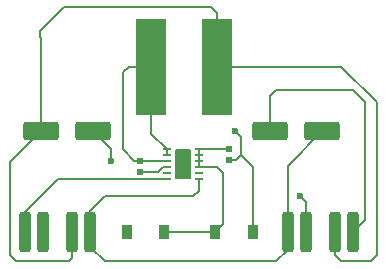
<source format=gbr>
%TF.GenerationSoftware,KiCad,Pcbnew,9.0.4*%
%TF.CreationDate,2025-09-16T01:09:41+05:30*%
%TF.ProjectId,PCB designing,50434220-6465-4736-9967-6e696e672e6b,rev?*%
%TF.SameCoordinates,Original*%
%TF.FileFunction,Copper,L1,Top*%
%TF.FilePolarity,Positive*%
%FSLAX46Y46*%
G04 Gerber Fmt 4.6, Leading zero omitted, Abs format (unit mm)*
G04 Created by KiCad (PCBNEW 9.0.4) date 2025-09-16 01:09:41*
%MOMM*%
%LPD*%
G01*
G04 APERTURE LIST*
G04 Aperture macros list*
%AMRoundRect*
0 Rectangle with rounded corners*
0 $1 Rounding radius*
0 $2 $3 $4 $5 $6 $7 $8 $9 X,Y pos of 4 corners*
0 Add a 4 corners polygon primitive as box body*
4,1,4,$2,$3,$4,$5,$6,$7,$8,$9,$2,$3,0*
0 Add four circle primitives for the rounded corners*
1,1,$1+$1,$2,$3*
1,1,$1+$1,$4,$5*
1,1,$1+$1,$6,$7*
1,1,$1+$1,$8,$9*
0 Add four rect primitives between the rounded corners*
20,1,$1+$1,$2,$3,$4,$5,0*
20,1,$1+$1,$4,$5,$6,$7,0*
20,1,$1+$1,$6,$7,$8,$9,0*
20,1,$1+$1,$8,$9,$2,$3,0*%
G04 Aperture macros list end*
%TA.AperFunction,EtchedComponent*%
%ADD10C,0.000000*%
%TD*%
%TA.AperFunction,SMDPad,CuDef*%
%ADD11R,2.600000X8.200000*%
%TD*%
%TA.AperFunction,SMDPad,CuDef*%
%ADD12R,0.850000X1.200000*%
%TD*%
%TA.AperFunction,SMDPad,CuDef*%
%ADD13RoundRect,0.250000X-0.250000X-1.450000X0.250000X-1.450000X0.250000X1.450000X-0.250000X1.450000X0*%
%TD*%
%TA.AperFunction,ComponentPad*%
%ADD14C,0.300000*%
%TD*%
%TA.AperFunction,SMDPad,CuDef*%
%ADD15R,0.500000X0.500000*%
%TD*%
%TA.AperFunction,SMDPad,CuDef*%
%ADD16RoundRect,0.050000X-0.260000X-0.075000X0.260000X-0.075000X0.260000X0.075000X-0.260000X0.075000X0*%
%TD*%
%TA.AperFunction,SMDPad,CuDef*%
%ADD17R,0.620000X0.600000*%
%TD*%
%TA.AperFunction,SMDPad,CuDef*%
%ADD18RoundRect,0.250000X-1.250000X-0.550000X1.250000X-0.550000X1.250000X0.550000X-1.250000X0.550000X0*%
%TD*%
%TA.AperFunction,ViaPad*%
%ADD19C,0.600000*%
%TD*%
%TA.AperFunction,Conductor*%
%ADD20C,0.200000*%
%TD*%
G04 APERTURE END LIST*
D10*
%TA.AperFunction,EtchedComponent*%
%TO.C,U1*%
G36*
X154765000Y-66547929D02*
G01*
X154765000Y-68952071D01*
X154712071Y-69005000D01*
X153507929Y-69005000D01*
X153455000Y-68952071D01*
X153455000Y-66547929D01*
X153507929Y-66495000D01*
X154712071Y-66495000D01*
X154765000Y-66547929D01*
G37*
%TD.AperFunction*%
%TD*%
D11*
%TO.P,L1,2,2*%
%TO.N,Vout*%
X157000000Y-59500000D03*
%TO.P,L1,1,1*%
%TO.N,Net-(C1-Pad2)*%
X151400000Y-59500000D03*
%TD*%
D12*
%TO.P,C4,1,1*%
%TO.N,Vin*%
X152500000Y-73500000D03*
%TO.P,C4,2,2*%
%TO.N,GNDREF*%
X149350000Y-73500000D03*
%TD*%
%TO.P,C3,1,1*%
%TO.N,Vin*%
X156850000Y-73500000D03*
%TO.P,C3,2,2*%
%TO.N,GNDREF*%
X160000000Y-73500000D03*
%TD*%
D13*
%TO.P,R3,2*%
%TO.N,GND*%
X164500000Y-73500000D03*
%TO.P,R3,1*%
%TO.N,Net-(U1-FB)*%
X163000000Y-73500000D03*
%TD*%
D14*
%TO.P,U1,16*%
%TO.N,N/C*%
X154110000Y-68750000D03*
%TO.P,U1,15*%
X154110000Y-67750000D03*
%TO.P,U1,14*%
X154110000Y-66750000D03*
D15*
%TO.P,U1,13,PGND*%
%TO.N,GNDREF*%
X154110000Y-67750000D03*
D16*
%TO.P,U1,12,VIN*%
%TO.N,Vin*%
X155500000Y-66500000D03*
%TO.P,U1,11,VIN*%
X155500000Y-67000000D03*
%TO.P,U1,10,VIN*%
X155500000Y-67500000D03*
%TO.P,U1,9,EN*%
X155500000Y-68000000D03*
%TO.P,U1,8,AGND*%
%TO.N,GND*%
X155500000Y-68500000D03*
%TO.P,U1,7,FB*%
%TO.N,Net-(U1-FB)*%
X155500000Y-69000000D03*
%TO.P,U1,6,RT*%
%TO.N,Net-(U1-RT)*%
X152720000Y-69000000D03*
%TO.P,U1,5,PG*%
%TO.N,MCU3.3V*%
X152720000Y-68500000D03*
%TO.P,U1,4,BOOT*%
%TO.N,Net-(U1-BOOT)*%
X152720000Y-68000000D03*
%TO.P,U1,3,SW*%
%TO.N,Net-(C1-Pad2)*%
X152720000Y-67500000D03*
%TO.P,U1,2,SW*%
X152720000Y-67000000D03*
%TO.P,U1,1,SW*%
X152720000Y-66500000D03*
%TD*%
D17*
%TO.P,C2,2,2*%
%TO.N,GNDREF*%
X158000000Y-67420000D03*
%TO.P,C2,1,1*%
%TO.N,Vin*%
X158000000Y-66500000D03*
%TD*%
%TO.P,C1,2,2*%
%TO.N,Net-(C1-Pad2)*%
X150500000Y-67500000D03*
%TO.P,C1,1,1*%
%TO.N,Net-(U1-BOOT)*%
X150500000Y-68420000D03*
%TD*%
D13*
%TO.P,R4,1*%
%TO.N,Vout*%
X167000000Y-73500000D03*
%TO.P,R4,2*%
%TO.N,Net-(C6-Pad1)*%
X168500000Y-73500000D03*
%TD*%
%TO.P,R2,1*%
%TO.N,Vout*%
X144750000Y-73500000D03*
%TO.P,R2,2*%
%TO.N,Net-(U1-FB)*%
X146250000Y-73500000D03*
%TD*%
%TO.P,R1,1*%
%TO.N,Net-(U1-RT)*%
X140750000Y-73500000D03*
%TO.P,R1,2*%
%TO.N,GND*%
X142250000Y-73500000D03*
%TD*%
D18*
%TO.P,C6,1*%
%TO.N,Net-(C6-Pad1)*%
X161500000Y-65000000D03*
%TO.P,C6,2*%
%TO.N,Net-(U1-FB)*%
X165900000Y-65000000D03*
%TD*%
%TO.P,C5,1*%
%TO.N,Vout*%
X142100000Y-65000000D03*
%TO.P,C5,2*%
%TO.N,GNDREF*%
X146500000Y-65000000D03*
%TD*%
D19*
%TO.N,GND*%
X164000000Y-70500000D03*
%TO.N,GNDREF*%
X148000000Y-67500000D03*
X158500000Y-65000000D03*
%TD*%
D20*
%TO.N,Vin*%
X155500000Y-66500000D02*
X155500000Y-68000000D01*
%TO.N,Net-(C1-Pad2)*%
X152720000Y-66500000D02*
X152720000Y-67000000D01*
%TO.N,Vin*%
X157000000Y-68000000D02*
X155500000Y-68000000D01*
X157500000Y-68500000D02*
X157000000Y-68000000D01*
X156850000Y-73500000D02*
X157500000Y-72850000D01*
X157500000Y-72850000D02*
X157500000Y-68500000D01*
%TO.N,Net-(U1-FB)*%
X155500000Y-70000000D02*
X155500000Y-69000000D01*
X155000000Y-70500000D02*
X155500000Y-70000000D01*
X147500000Y-70500000D02*
X155000000Y-70500000D01*
X146250000Y-71750000D02*
X147500000Y-70500000D01*
X146250000Y-73500000D02*
X146250000Y-71750000D01*
%TO.N,Vout*%
X144750000Y-75750000D02*
X144750000Y-73500000D01*
X144500000Y-76000000D02*
X144750000Y-75750000D01*
X139500000Y-75500000D02*
X140000000Y-76000000D01*
X140000000Y-76000000D02*
X144500000Y-76000000D01*
X139500000Y-67600000D02*
X139500000Y-75500000D01*
X142100000Y-65000000D02*
X139500000Y-67600000D01*
%TO.N,Net-(U1-FB)*%
X146250000Y-74750000D02*
X146250000Y-73500000D01*
X162000000Y-76000000D02*
X147500000Y-76000000D01*
X147500000Y-76000000D02*
X146250000Y-74750000D01*
X163000000Y-75000000D02*
X162000000Y-76000000D01*
X163000000Y-73500000D02*
X163000000Y-75000000D01*
%TO.N,Vout*%
X167500000Y-76000000D02*
X167000000Y-75500000D01*
X170000000Y-76000000D02*
X167500000Y-76000000D01*
X167000000Y-75500000D02*
X167000000Y-73500000D01*
X170500000Y-62500000D02*
X170500000Y-75500000D01*
X167500000Y-59500000D02*
X170500000Y-62500000D01*
X157000000Y-59500000D02*
X167500000Y-59500000D01*
X170500000Y-75500000D02*
X170000000Y-76000000D01*
%TO.N,Net-(C6-Pad1)*%
X169500000Y-62500000D02*
X169500000Y-72500000D01*
X162000000Y-61500000D02*
X168500000Y-61500000D01*
X161500000Y-62000000D02*
X162000000Y-61500000D01*
X161500000Y-65000000D02*
X161500000Y-62000000D01*
X168500000Y-61500000D02*
X169500000Y-62500000D01*
X169500000Y-72500000D02*
X168500000Y-73500000D01*
%TO.N,GNDREF*%
X160000000Y-68000000D02*
X159000000Y-67000000D01*
X160000000Y-73500000D02*
X160000000Y-68000000D01*
%TO.N,GND*%
X164500000Y-71000000D02*
X164000000Y-70500000D01*
X164500000Y-73500000D02*
X164500000Y-71000000D01*
%TO.N,GNDREF*%
X148000000Y-66500000D02*
X148000000Y-67500000D01*
X146500000Y-65000000D02*
X148000000Y-66500000D01*
%TO.N,Vin*%
X156500000Y-66500000D02*
X158000000Y-66500000D01*
%TO.N,GNDREF*%
X159000000Y-67000000D02*
X159000000Y-65500000D01*
X158580000Y-67420000D02*
X159000000Y-67000000D01*
X158000000Y-67420000D02*
X158580000Y-67420000D01*
X159000000Y-65500000D02*
X158500000Y-65000000D01*
%TO.N,Vout*%
X142000000Y-57000000D02*
X142100000Y-57100000D01*
X142000000Y-56500000D02*
X142000000Y-57000000D01*
X156500000Y-54500000D02*
X144000000Y-54500000D01*
X157000000Y-55000000D02*
X156500000Y-54500000D01*
X144000000Y-54500000D02*
X142000000Y-56500000D01*
X142100000Y-57100000D02*
X142100000Y-65000000D01*
X157000000Y-59500000D02*
X157000000Y-55000000D01*
%TO.N,Net-(U1-FB)*%
X163000000Y-67900000D02*
X163000000Y-73500000D01*
X165900000Y-65000000D02*
X163000000Y-67900000D01*
%TO.N,Vin*%
X152500000Y-73500000D02*
X156850000Y-73500000D01*
%TO.N,Net-(U1-RT)*%
X152699000Y-69021000D02*
X152720000Y-69000000D01*
X143529000Y-69021000D02*
X152699000Y-69021000D01*
X140750000Y-71800000D02*
X143529000Y-69021000D01*
X140750000Y-73500000D02*
X140750000Y-71800000D01*
%TO.N,Net-(C1-Pad2)*%
X149000000Y-66500000D02*
X150000000Y-67500000D01*
X150000000Y-67500000D02*
X150500000Y-67500000D01*
X149000000Y-60000000D02*
X149000000Y-66500000D01*
X149500000Y-59500000D02*
X149000000Y-60000000D01*
X151400000Y-59500000D02*
X149500000Y-59500000D01*
X151400000Y-59500000D02*
X151400000Y-65180000D01*
X151400000Y-65180000D02*
X152720000Y-66500000D01*
%TO.N,Vin*%
X155500000Y-66500000D02*
X156500000Y-66500000D01*
%TO.N,Net-(U1-BOOT)*%
X152387226Y-68000000D02*
X152720000Y-68000000D01*
X151967226Y-68420000D02*
X152387226Y-68000000D01*
X150500000Y-68420000D02*
X151967226Y-68420000D01*
%TO.N,Net-(C1-Pad2)*%
X150500000Y-67500000D02*
X152720000Y-67500000D01*
%TO.N,Vout*%
X167000000Y-72000000D02*
X167000000Y-73500000D01*
%TD*%
M02*

</source>
